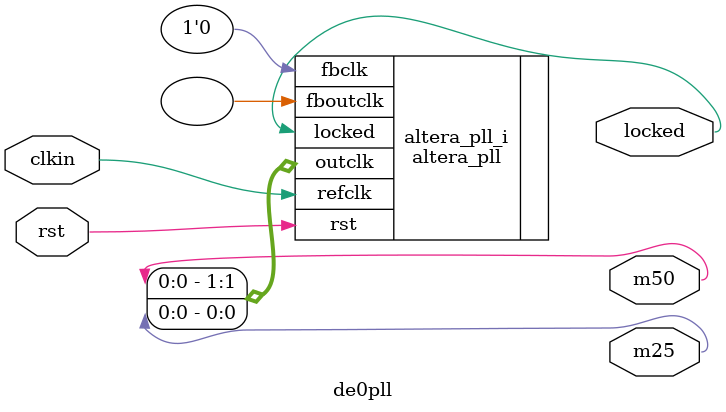
<source format=v>
module de0pll(
    input wire clkin,
    input wire rst,
    output wire m25,
    output wire m50,
    output wire locked
);
altera_pll #(
    .fractional_vco_multiplier("false"),
    .reference_clock_frequency("50.0 MHz"),
    .operation_mode("normal"),
    .number_of_clocks(2),
    .output_clock_frequency0("25.0 MHz"),
    .phase_shift0("0 ps"),
    .duty_cycle0(50),
    .output_clock_frequency1("50.0 MHz"),
    .phase_shift1("0 ps"),
    .duty_cycle1(50),
    .output_clock_frequency2("0 MHz"),
    .phase_shift2("0 ps"),
    .duty_cycle2(50),
    .output_clock_frequency3("0 MHz"),
    .phase_shift3("0 ps"),
    .duty_cycle3(50),
    .output_clock_frequency4("0 MHz"),
    .phase_shift4("0 ps"),
    .duty_cycle4(50),
    .output_clock_frequency5("0 MHz"),
    .phase_shift5("0 ps"),
    .duty_cycle5(50),
    .output_clock_frequency6("0 MHz"),
    .phase_shift6("0 ps"),
    .duty_cycle6(50),
    .output_clock_frequency7("0 MHz"),
    .phase_shift7("0 ps"),
    .duty_cycle7(50),
    .output_clock_frequency8("0 MHz"),
    .phase_shift8("0 ps"),
    .duty_cycle8(50),
    .output_clock_frequency9("0 MHz"),
    .phase_shift9("0 ps"),
    .duty_cycle9(50),
    .output_clock_frequency10("0 MHz"),
    .phase_shift10("0 ps"),
    .duty_cycle10(50),
    .output_clock_frequency11("0 MHz"),
    .phase_shift11("0 ps"),
    .duty_cycle11(50),
    .output_clock_frequency12("0 MHz"),
    .phase_shift12("0 ps"),
    .duty_cycle12(50),
    .output_clock_frequency13("0 MHz"),
    .phase_shift13("0 ps"),
    .duty_cycle13(50),
    .output_clock_frequency14("0 MHz"),
    .phase_shift14("0 ps"),
    .duty_cycle14(50),
    .output_clock_frequency15("0 MHz"),
    .phase_shift15("0 ps"),
    .duty_cycle15(50),
    .output_clock_frequency16("0 MHz"),
    .phase_shift16("0 ps"),
    .duty_cycle16(50),
    .output_clock_frequency17("0 MHz"),
    .phase_shift17("0 ps"),
    .duty_cycle17(50),
    .pll_type("General"),
    .pll_subtype("General")
)
altera_pll_i(
    .rst (rst),
    .outclk ({m50,m25}),
    .locked (locked),
    .fboutclk (),
    .fbclk (1'b0),
    .refclk (clkin)
);
endmodule

</source>
